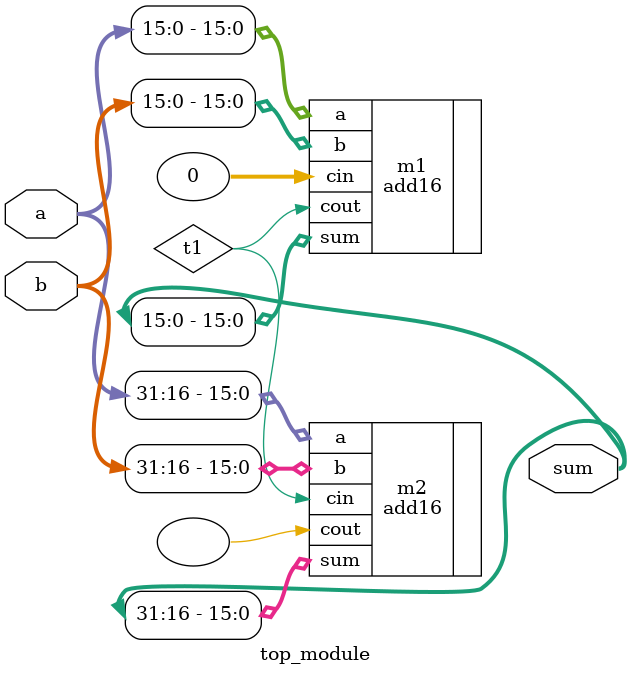
<source format=v>
module top_module(
    input [31:0] a,
    input [31:0] b,
    output [31:0] sum
);
    wire t1;
    add16 m1(.a(a[15:0]), .b(b[15:0]), .cin(0), .sum(sum[15:0]), .cout(t1) );
    add16 m2(.a(a[31:16]), .b(b[31:16]), .cin(t1), .sum(sum[31:16]), .cout() );
endmodule

</source>
